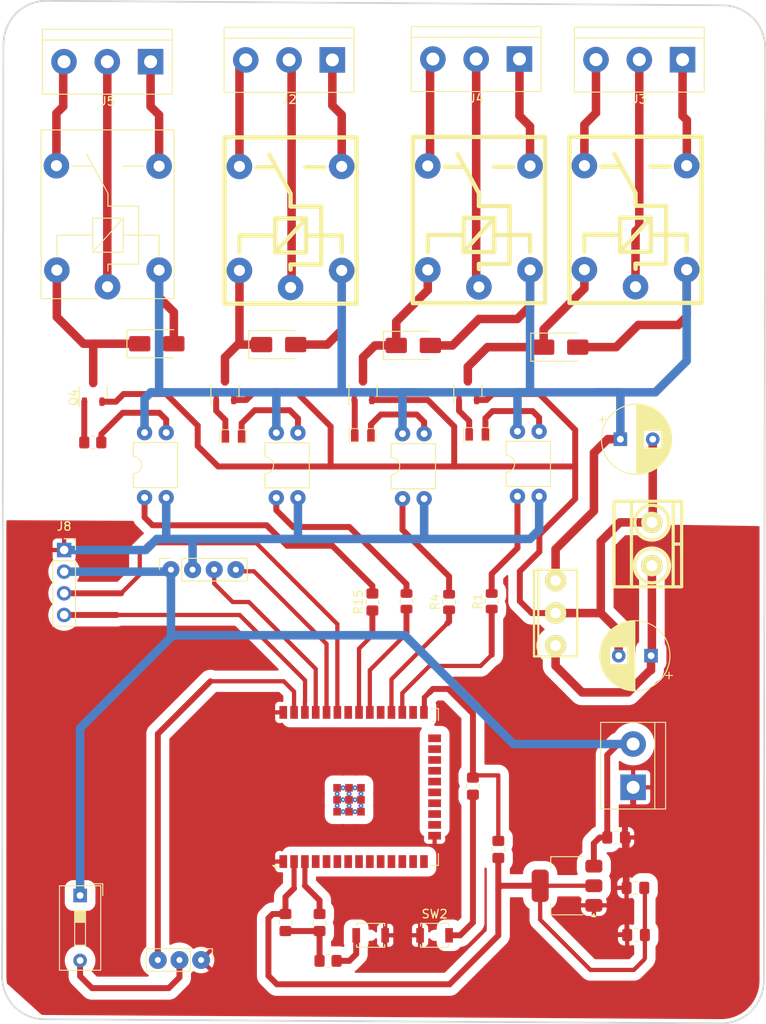
<source format=kicad_pcb>
(kicad_pcb (version 20241229) (generator "pcbnew") (generator_version "9.0")
  (layers (0 "F.Cu" signal) (2 "B.Cu" signal) (13 "F.Paste" user) (15 "B.Paste" user) (5 "F.SilkS" user "F.Silkscreen") (7 "B.SilkS" user "B.Silkscreen") (1 "F.Mask" user) (3 "B.Mask" user) (25 "Edge.Cuts" user))
  (net 0 "")
  (net 1 "Net-(D1-A)")
  (net 2 "Net-(D2-A)")
  (net 3 "Net-(D3-A)")
  (net 4 "Net-(R1-Pad2)")
  (net 5 "Net-(R3-Pad1)")
  (net 6 "Net-(R4-Pad2)")
  (net 7 "Net-(R6-Pad1)")
  (net 8 "Net-(R9-Pad1)")
  (net 9 "Net-(R7-Pad2)")
  (net 10 "/R3")
  (net 11 "/R2")
  (net 12 "/R1")
  (net 13 "/NO1")
  (net 14 "Net-(Q1-B)")
  (net 15 "Net-(Q2-B)")
  (net 16 "Net-(Q3-B)")
  (net 17 "/NC1")
  (net 18 "/C1")
  (net 19 "/NC2")
  (net 20 "/NO2")
  (net 21 "/C2")
  (net 22 "/NC3")
  (net 23 "/C3")
  (net 24 "/NO3")
  (net 25 "/5V")
  (net 26 "/VIN")
  (net 27 "/3.3V")
  (net 28 "/RX")
  (net 29 "/TX")
  (net 30 "/SWITCH")
  (net 31 "Net-(R13-Pad2)")
  (net 32 "/FLASH")
  (net 35 "/EN")
  (net 38 "/SCL")
  (net 40 "GND")
  (net 42 "Net-(D4-A)")
  (net 43 "/SDA")
  (net 44 "/R4")
  (net 46 "/s")
  (net 60 "Net-(R14-Pad2)")
  (net 61 "/GNDE")
  (net 62 "/5VES")
  (net 65 "Net-(R15-Pad2)")
  (net 66 "Net-(R17-Pad1)")
  (net 67 "Net-(Q4-B)")
  (net 68 "/NO4")
  (net 69 "/NC4")
  (net 70 "/C4")
  (net 71 "Net-(J7-Pin_2)")
  (footprint "Resistor_SMD:R_0805_2012Metric_Pad1.20x1.40mm_HandSolder" (layer "F.Cu") (at 89 131.5 -90)
    (property "Reference" "R13" (hide yes))
    (property "Value" "470" (hide yes))
  )
  (footprint "TerminalBlock:TerminalBlock_bornier-3_P5.08mm" (layer "F.Cu") (at 51.1708 46.5138 180)
    (property "Reference" "J5")
    (property "Value" "Screw_Terminal_01x03")
  )
  (footprint "EESTN5:R_0805" (layer "F.Cu") (at 60.9 90.5 180)
    (property "Reference" "R9" (hide yes))
    (property "Value" "R" (hide yes))
  )
  (footprint "Package_DIP:DIP-4_W7.62mm" (layer "F.Cu") (at 50.465 97.65 90)
    (property "Reference" "U6" (hide yes))
    (property "Value" "PC817" (hide yes))
  )
  (footprint "Package_DIP:DIP-4_W7.62mm" (layer "F.Cu") (at 94.225 97.5 90)
    (property "Reference" "U1" (hide yes))
    (property "Value" "PC817" (hide yes))
  )
  (footprint "RF_Module:ESP32-WROOM-32E" (layer "F.Cu") (at 72 131.6 90)
    (property "Reference" "U4" (hide yes))
    (property "Value" "ESP32-WROOM-32E__4MB_" (hide yes))
  )
  (footprint "TerminalBlock:TerminalBlock_bornier-3_P5.08mm" (layer "F.Cu") (at 94.46 46.2 180)
    (property "Reference" "J4")
    (property "Value" "Screw_Terminal_01x03")
  )
  (footprint "Resistor_SMD:R_0805_2012Metric" (layer "F.Cu") (at 81.2 109.8125 90)
    (property "Reference" "R7" (hide yes))
    (property "Value" "1k")
  )
  (footprint "TerminalBlock:TerminalBlock_bornier-2_P5.08mm" (layer "F.Cu") (at 107.8 131.64 90)
    (property "Reference" "bornera2" (hide yes))
    (property "Value" "bornera" (hide yes))
  )
  (footprint "Capacitor_THT:CP_Radial_D8.0mm_P3.80mm" (layer "F.Cu") (at 106.3 90.8)
    (property "Reference" "C6" (hide yes))
    (property "Value" "100uf" (hide yes))
  )
  (footprint "Capacitor_THT:CP_Radial_D8.0mm_P3.80mm" (layer "F.Cu") (at 109.902651 116.2 180)
    (property "Reference" "C5" (hide yes))
    (property "Value" "100uf" (hide yes))
  )
  (footprint "EESTN5:BORNERA2_AZUL" (layer "F.Cu") (at 110 103.1 90)
    (property "Reference" "bornera1" (hide yes))
    (property "Value" "bornera" (hide yes))
  )
  (footprint "Button_Switch_THT:SW_DIP_SPSTx01_Slide_9.78x4.72mm_W7.62mm_P2.54mm" (layer "F.Cu") (at 42.9 144.3325 -90)
    (property "Reference" "SW3" (hide yes))
    (property "Value" "SW_SPST")
  )
  (footprint "Diode_SMD:D_SMA" (layer "F.Cu") (at 82 79.8)
    (property "Reference" "D2" (hide yes))
    (property "Value" "DIODE" (hide yes))
  )
  (footprint "Resistor_SMD:R_0805_2012Metric_Pad1.20x1.40mm_HandSolder" (layer "F.Cu") (at 91.9792 138.9262 90)
    (property "Reference" "R11" (hide yes))
    (property "Value" "10K" (hide yes))
  )
  (footprint "Diode_SMD:D_SMA" (layer "F.Cu") (at 99.3 80)
    (property "Reference" "D1" (hide yes))
    (property "Value" "DIODE" (hide yes))
  )
  (footprint "Button_Switch_SMD:SW_SPST_B3U-1000P-B" (layer "F.Cu") (at 84.5 149)
    (property "Reference" "SW2")
    (property "Value" "SW_Push" (hide yes))
  )
  (footprint "MMBT3904-Diotec-Semiconductor-Symbol-Kicad-1:P200_SOT-23" (layer "F.Cu") (at 75.07 86.2 90)
    (property "Reference" "Q2" (hide yes))
    (property "Value" "2N3904" (hide yes))
  )
  (footprint "MMBT3904-Diotec-Semiconductor-Symbol-Kicad-1:P200_SOT-23" (layer "F.Cu") (at 43.41 86.4 90)
    (property "Reference" "Q4")
    (property "Value" "2N3904" (hide yes))
  )
  (footprint "EESTN5:Relay_C" (layer "F.Cu") (at 108.08 64.81 180)
    (property "Reference" "K1" (hide yes))
    (property "Value" "RELAY_C" (hide yes))
  )
  (footprint "Resistor_SMD:R_0805_2012Metric_Pad1.20x1.40mm_HandSolder" (layer "F.Cu") (at 44.39 91.18 180)
    (property "Reference" "R17" (hide yes))
    (property "Value" "R" (hide yes))
  )
  (footprint "Capacitor_SMD:C_0805_2012Metric_Pad1.18x1.45mm_HandSolder" (layer "F.Cu") (at 105.7992 137.5262)
    (property "Reference" "C2" (hide yes))
    (property "Value" "10 uF" (hide yes))
  )
  (footprint "Package_DIP:DIP-4_W7.62mm" (layer "F.Cu") (at 65.925 97.67 90)
    (property "Reference" "U3" (hide yes))
    (property "Value" "PC817" (hide yes))
  )
  (footprint "MMBT3904-Diotec-Semiconductor-Symbol-Kicad-1:P200_SOT-23" (layer "F.Cu") (at 87.37 86.2 90)
    (property "Reference" "Q3" (hide yes))
    (property "Value" "2N3904" (hide yes))
  )
  (footprint "Resistor_SMD:R_0805_2012Metric" (layer "F.Cu") (at 91.2 109.8125 90)
    (property "Reference" "R1")
    (property "Value" "R")
  )
  (footprint "Relay_THT:Relay_SPDT_SANYOU_SRD_Series_Form_C" (layer "F.Cu") (at 46.1208 72.9138 90)
    (property "Reference" "K4" (hide yes))
    (property "Value" "RELAY_C")
  )
  (footprint "Diode_SMD:D_SMA" (layer "F.Cu") (at 51.9 79.6)
    (property "Reference" "D4" (hide yes))
    (property "Value" "DIODE" (hide yes))
  )
  (footprint "EESTN5:Relay_C" (layer "F.Cu") (at 67.6 64.9 180)
    (property "Reference" "K3" (hide yes))
    (property "Value" "RELAY_C" (hide yes))
  )
  (footprint "Resistor_SMD:R_0805_2012Metric_Pad1.20x1.40mm_HandSolder" (layer "F.Cu") (at 77.2 109.9 90)
    (property "Reference" "R15")
    (property "Value" "R")
  )
  (footprint "TerminalBlock:TerminalBlock_bornier-3_P5.08mm" (layer "F.Cu") (at 72.5 46.3 180)
    (property "Reference" "J2")
    (property "Value" "Screw_Terminal_01x03")
  )
  (footprint "MMBT3904-Diotec-Semiconductor-Symbol-Kicad-1:P200_SOT-23" (layer "F.Cu") (at 58.87 86.2 90)
    (property "Reference" "Q1" (hide yes))
    (property "Value" "2N3904" (hide yes))
  )
  (footprint "Connector_PinSocket_2.54mm:PinSocket_1x04_P2.54mm_Vertical" (layer "F.Cu") (at 41.025 103.8)
    (property "Reference" "J8")
    (property "Value" "Conn_01x04_Pin")
  )
  (footprint "Resistor_SMD:R_0805_2012Metric" (layer "F.Cu") (at 86.2 109.9 90)
    (property "Reference" "R4")
    (property "Value" "R")
  )
  (footprint "Capacitor_SMD:C_0805_2012Metric_Pad1.18x1.45mm_HandSolder" (layer "F.Cu") (at 108.1392 148.9637)
    (property "Reference" "C3" (hide yes))
    (property "Value" "100 nF")
  )
  (footprint "Resistor_SMD:R_0805_2012Metric_Pad1.20x1.40mm_HandSolder" (layer "F.Cu") (at 72 152)
    (property "Reference" "R14" (hide yes))
    (property "Value" "470")
  )
  (footprint "EESTN5:TO-220-2" (layer "F.Cu") (at 98.7 111.2 90)
    (property "Reference" "5v1" (hide yes))
    (property "Value" "LM7805_TO220" (hide yes))
  )
  (footprint "Resistor_SMD:R_0805_2012Metric_Pad1.20x1.40mm_HandSolder" (layer "F.Cu") (at 71 147.5 90)
    (property "Reference" "R12" (hide yes))
    (property "Value" "10K")
  )
  (footprint "EESTN5:R_0805" (layer "F.Cu") (at 89.51 90.26 180)
    (property "Reference" "R3" (hide yes))
    (property "Value" "R" (hide yes))
  )
  (footprint "EESTN5:R_0805" (layer "F.Cu") (at 76.08 90.38 180)
    (property "Reference" "R6" (hide yes))
    (property "Value" "R" (hide yes))
  )
  (footprint "Button_Switch_SMD:SW_SPST_B3U-1000P-B" (layer "F.Cu") (at 77 149 180)
    (property "Reference" "SW1" (hide yes))
    (property "Value" "SW_Push")
  )
  (footprint "Capacitor_SMD:C_0805_2012Metric_Pad1.18x1.45mm_HandSolder" (layer "F.Cu") (at 108.0667 143.4337 180)
    (property "Reference" "C4" (hide yes))
    (property "Value" "10 uF" (hide yes))
  )
  (footprint "Connector_PinSocket_2.54mm:PinSocket_1x04_P2.54mm_Vertical" (layer "F.Cu") (at 53.56 106.1 90)
    (property "Reference" "J6" (hide yes))
    (property "Value" "Conn_01x04_Pin" (hide yes))
  )
  (footprint "Diode_SMD:D_SMA" (layer "F.Cu") (at 66.2 79.7)
    (property "Reference" "D3" (hide yes))
    (property "Value" "DIODE" (hide yes))
  )
  (footprint "Package_DIP:DIP-4_W7.62mm" (layer "F.Cu") (at 80.735 97.78 90)
    (property "Reference" "U2" (hide yes))
    (property "Value" "PC817" (hide yes))
  )
  (footprint "Package_TO_SOT_SMD:SOT-223-3_TabPin2" (layer "F.Cu") (at 100.0392 143.1862 180)
    (property "Reference" "U5" (hide yes))
    (property "Value" "NCP1117-1.5_SOT223" (hide yes))
  )
  (footprint "EESTN5:Relay_C" (layer "F.Cu") (at 89.7 64.84 180)
    (property "Reference" "K2" (hide yes))
    (property "Value" "RELAY_C" (hide yes))
  )
  (footprint "Connector_PinHeader_2.54mm:PinHeader_1x03_P2.54mm_Vertical" (layer "F.Cu") (at 57.1 151.9 -90)
    (property "Reference" "J7" (hide yes))
    (property "Value" "Screw_Terminal_01x03" (hide yes))
  )
  (footprint "Resistor_SMD:R_0805_2012Metric_Pad1.20x1.40mm_HandSolder" (layer "F.Cu") (at 67 147.5 -90)
    (property "Reference" "R10" (hide yes))
    (property "Value" "10K" (hide yes))
  )
  (footprint "TerminalBlock:TerminalBlock_bornier-3_P5.08mm" (layer "F.Cu") (at 113.6 46.27 180)
    (property "Reference" "J3")
    (property "Value" "Screw_Terminal_01x03")
  )
  (gr_line (start 33.75 153.85) (end 33.9 44.1) (stroke (width 0.2)) (layer "Edge.Cuts"))
  (gr_arc (start 33.9308 44.3738) (mid 35.395265 40.838265) (end 38.9308 39.3738) (stroke (width 0.2)) (layer "Edge.Cuts"))
  (gr_line (start 123.3 44.9) (end 123.1292 154.3362) (stroke (width 0.2)) (layer "Edge.Cuts"))
  (gr_arc (start 123.1292 154.3362) (mid 121.664734 157.871734) (end 118.1292 159.3362) (stroke (width 0.2)) (layer "Edge.Cuts"))
  (gr_arc (start 118.3 39.9) (mid 121.835534 41.364466) (end 123.3 44.9) (stroke (width 0.2)) (layer "Edge.Cuts"))
  (gr_line (start 118.1292 159.3362) (end 38.75 158.85) (stroke (width 0.2)) (layer "Edge.Cuts"))
  (gr_line (start 118.4 39.9) (end 39.0308 39.3738) (stroke (width 0.2)) (layer "Edge.Cuts"))
  (gr_arc (start 38.75 158.85) (mid 35.214466 157.385534) (end 33.75 153.85) (stroke (width 0.2)) (layer "Edge.Cuts"))
  (gr_arc (start 33.9308 44.3738) (mid 35.395266 40.838266) (end 38.9308 39.3738) (stroke (width 0.2)) (layer "Edge.Cuts"))
  (gr_arc (start 118.3 39.9) (mid 121.835534 41.364466) (end 123.3 44.9) (stroke (width 0.2)) (layer "Edge.Cuts"))
  (segment (start 102.08 73.12) (end 102.08 70.91) (width 1) (layer "F.Cu") (net 1))
  (segment (start 88.4 84) (end 88.4 82.3) (width 1) (layer "F.Cu") (net 1))
  (segment (start 88.4 82.3) (end 90.7 80) (width 1) (layer "F.Cu") (net 1))
  (segment (start 97.3 77.9) (end 102.08 73.12) (width 1) (layer "F.Cu") (net 1))
  (segment (start 97.3 80) (end 97.3 77.9) (width 1) (layer "F.Cu") (net 1))
  (segment (start 90.7 80) (end 97.3 80) (width 1) (layer "F.Cu") (net 1))
  (segment (start 76.1 84) (end 76.1 81.2) (width 1) (layer "F.Cu") (net 2))
  (segment (start 77.5 79.8) (end 80 79.8) (width 1) (layer "F.Cu") (net 2))
  (segment (start 83.7 70.94) (end 83.7 73.3) (width 1) (layer "F.Cu") (net 2))
  (segment (start 76.1 81.2) (end 77.5 79.8) (width 1) (layer "F.Cu") (net 2))
  (segment (start 83.7 73.3) (end 80 77) (width 1) (layer "F.Cu") (net 2))
  (segment (start 80 77) (end 80 79.8) (width 1) (layer "F.Cu") (net 2))
  (segment (start 61.8 79.7) (end 61.6 79.5) (width 1) (layer "F.Cu") (net 3))
  (segment (start 61.6 71) (end 61.6 79.5) (width 1) (layer "F.Cu") (net 3))
  (segment (start 59.9 84) (end 59.9 81.2) (width 1) (layer "F.Cu") (net 3))
  (segment (start 61.49 71.11) (end 61.6 71) (width 1) (layer "F.Cu") (net 3))
  (segment (start 59.9 81.2) (end 61.6 79.5) (width 1) (layer "F.Cu") (net 3))
  (segment (start 64.2 79.7) (end 61.8 79.7) (width 1) (layer "F.Cu") (net 3))
  (segment (start 91.2 106.6) (end 91.2 108.9) (width 0.7) (layer "F.Cu") (net 4))
  (segment (start 94.225 97.5) (end 94.225 103.575) (width 0.7) (layer "F.Cu") (net 4))
  (segment (start 94.225 103.575) (end 91.2 106.6) (width 0.7) (layer "F.Cu") (net 4))
  (segment (start 91.3 87.5) (end 90.4625 88.3375) (width 0.7) (layer "F.Cu") (net 5))
  (segment (start 96.765 89.88) (end 96.765 88.265) (width 0.7) (layer "F.Cu") (net 5))
  (segment (start 96.765 88.265) (end 96 87.5) (width 0.7) (layer "F.Cu") (net 5))
  (segment (start 96 87.5) (end 91.3 87.5) (width 0.7) (layer "F.Cu") (net 5))
  (segment (start 90.4625 88.3375) (end 90.4625 90.26) (width 0.7) (layer "F.Cu") (net 5))
  (segment (start 86.2 108.9875) (end 86.2 106.9) (width 0.7) (layer "F.Cu") (net 6))
  (segment (start 80.735 101.435) (end 80.735 97.78) (width 0.7) (layer "F.Cu") (net 6))
  (segment (start 86.2 106.9) (end 80.735 101.435) (width 0.7) (layer "F.Cu") (net 6))
  (segment (start 83.275 90.16) (end 83.275 88.775) (width 0.7) (layer "F.Cu") (net 7))
  (segment (start 77.0325 89.0675) (end 77.0325 90.38) (width 0.7) (layer "F.Cu") (net 7))
  (segment (start 83.275 88.775) (end 82.4 87.9) (width 0.7) (layer "F.Cu") (net 7))
  (segment (start 82.4 87.9) (end 78.2 87.9) (width 0.7) (layer "F.Cu") (net 7))
  (segment (start 78.2 87.9) (end 77.0325 89.0675) (width 0.7) (layer "F.Cu") (net 7))
  (segment (start 68.465 88.365) (end 67.5 87.4) (width 0.7) (layer "F.Cu") (net 8))
  (segment (start 61.8525 88.9475) (end 61.8525 90.5) (width 0.7) (layer "F.Cu") (net 8))
  (segment (start 67.5 87.4) (end 63.4 87.4) (width 0.7) (layer "F.Cu") (net 8))
  (segment (start 68.465 90.05) (end 68.465 88.365) (width 0.7) (layer "F.Cu") (net 8))
  (segment (start 63.4 87.4) (end 61.8525 88.9475) (width 0.7) (layer "F.Cu") (net 8))
  (segment (start 67.9 101.1) (end 65.925 99.125) (width 0.7) (layer "F.Cu") (net 9))
  (segment (start 65.925 99.125) (end 65.925 97.67) (width 0.7) (layer "F.Cu") (net 9))
  (segment (start 74.5 101.1) (end 67.9 101.1) (width 0.7) (layer "F.Cu") (net 9))
  (segment (start 81.2 108.9) (end 81.2 107.8) (width 0.7) (layer "F.Cu") (net 9))
  (segment (start 81.2 107.8) (end 74.5 101.1) (width 0.7) (layer "F.Cu") (net 9))
  (segment (start 86 112.4) (end 86.2 112.2) (width 0.7) (layer "F.Cu") (net 10))
  (segment (start 79.44 122.85) (end 79.44 118.96) (width 0.5) (layer "F.Cu") (net 10))
  (segment (start 79.44 118.96) (end 86 112.4) (width 0.5) (layer "F.Cu") (net 10))
  (segment (start 86.2 112.2) (end 86.2 110.8125) (width 0.7) (layer "F.Cu") (net 10))
  (segment (start 80.71 120.59) (end 83.9 117.4) (width 0.5) (layer "F.Cu") (net 11))
  (segment (start 83.9 117.4) (end 89.9 117.4) (width 0.5) (layer "F.Cu") (net 11))
  (segment (start 80.71 122.85) (end 80.71 120.59) (width 0.5) (layer "F.Cu") (net 11))
  (segment (start 89.9 117.4) (end 91.2 116.1) (width 0.5) (layer "F.Cu") (net 11))
  (segment (start 91.2 116.1) (end 91.2 110.725) (width 0.7) (layer "F.Cu") (net 11))
  (segment (start 81.2 113.6) (end 81.2 110.725) (width 0.7) (layer "F.Cu") (net 12))
  (segment (start 76.9 117.9) (end 76.9 122.85) (width 0.5) (layer "F.Cu") (net 12))
  (segment (start 81.2 113.6) (end 76.9 117.9) (width 0.5) (layer "F.Cu") (net 12))
  (segment (start 73.6 52.75) (end 73.6 58.8) (width 1) (layer "F.Cu") (net 13))
  (segment (start 72.5 51.65) (end 73.6 52.75) (width 1) (layer "F.Cu") (net 13))
  (segment (start 72.5 46.3) (end 72.5 51.65) (width 1) (layer "F.Cu") (net 13))
  (segment (start 58.87 86.2) (end 58.87 87.47) (width 0.7) (layer "F.Cu") (net 14))
  (segment (start 59.9475 88.5475) (end 59.9475 90.5) (width 0.7) (layer "F.Cu") (net 14))
  (segment (start 58.87 87.47) (end 59.9475 88.5475) (width 0.7) (layer "F.Cu") (net 14))
  (segment (start 75.1275 90.38) (end 75.1275 86.2575) (width 0.7) (layer "F.Cu") (net 15))
  (segment (start 75.1275 86.2575) (end 75.07 86.2) (width 0.7) (layer "F.Cu") (net 15))
  (segment (start 88.5575 88.6575) (end 88.5575 90.26) (width 0.7) (layer "F.Cu") (net 16))
  (segment (start 87.37 87.47) (end 88.5575 88.6575) (width 0.7) (layer "F.Cu") (net 16))
  (segment (start 87.37 86.2) (end 87.37 87.47) (width 0.7) (layer "F.Cu") (net 16))
  (segment (start 88.57 90.2475) (end 88.5575 90.26) (width 0.5) (layer "F.Cu") (net 16))
  (segment (start 61.6 47.04) (end 62.34 46.3) (width 1) (layer "F.Cu") (net 17))
  (segment (start 61.6 58.8) (end 61.6 47.04) (width 1) (layer "F.Cu") (net 17))
  (segment (start 61.6 47.04) (end 62.34 46.3) (width 1) (layer "B.Cu") (net 17))
  (segment (start 67.42 72.82) (end 67.6 73) (width 1) (layer "F.Cu") (net 18))
  (segment (start 67.72 46.6) (end 67.72 72.88) (width 1) (layer "F.Cu") (net 18))
  (segment (start 67.42 46.3) (end 67.72 46.6) (width 1) (layer "F.Cu") (net 18))
  (segment (start 67.72 72.88) (end 67.6 73) (width 1) (layer "F.Cu") (net 18))
  (segment (start 67.42 46.3) (end 67.72 46.6) (width 1) (layer "B.Cu") (net 18))
  (segment (start 103.44 52.53) (end 102.08 53.89) (width 1) (layer "F.Cu") (net 19))
  (segment (start 102.08 53.89) (end 102.08 58.71) (width 1) (layer "F.Cu") (net 19))
  (segment (start 103.44 46.27) (end 103.44 52.53) (width 1) (layer "F.Cu") (net 19))
  (segment (start 113.6 46.27) (end 113.6 52.87) (width 1) (layer "F.Cu") (net 20))
  (segment (start 114.1 58.69) (end 114.08 58.71) (width 1) (layer "F.Cu") (net 20))
  (segment (start 114.1 53.37) (end 114.1 58.69) (width 1) (layer "F.Cu") (net 20))
  (segment (start 113.6 52.87) (end 114.1 53.37) (width 1) (layer "F.Cu") (net 20))
  (segment (start 108.52 65.95) (end 108.08 66.39) (width 1) (layer "F.Cu") (net 21))
  (segment (start 108.08 66.39) (end 108.08 72.91) (width 1) (layer "F.Cu") (net 21))
  (segment (start 108.52 72.47) (end 108.08 72.91) (width 1) (layer "F.Cu") (net 21))
  (segment (start 108.52 46.27) (end 108.52 65.95) (width 1) (layer "F.Cu") (net 21))
  (segment (start 84.3 46.2) (end 83.97 46.53) (width 1) (layer "F.Cu") (net 22))
  (segment (start 83.97 46.53) (end 83.97 58.47) (width 1) (layer "F.Cu") (net 22))
  (segment (start 83.97 58.47) (end 83.7 58.74) (width 1) (layer "F.Cu") (net 22))
  (segment (start 84.3 46.2) (end 83.97 46.53) (width 1) (layer "B.Cu") (net 22))
  (segment (start 89.38 72.62) (end 89.7 72.94) (width 1) (layer "F.Cu") (net 23))
  (segment (start 89.38 46.2) (end 89.38 72.62) (width 1) (layer "F.Cu") (net 23))
  (segment (start 94.46 46.2) (end 94.46 52.86) (width 1) (layer "F.Cu") (net 24))
  (segment (start 95.7 54.1) (end 95.7 58.74) (width 1) (layer "F.Cu") (net 24))
  (segment (start 94.46 52.86) (end 95.7 54.1) (width 1) (layer "F.Cu") (net 24))
  (segment (start 105.8 80) (end 108.4 77.4) (width 1) (layer "F.Cu") (net 25))
  (segment (start 98.7 107.39) (end 98.7 103.7) (width 1) (layer "F.Cu") (net 25))
  (segment (start 52.1708 70.9638) (end 52.1708 74.1708) (width 1) (layer "F.Cu") (net 25))
  (segment (start 108.4 77.4) (end 113.1 77.4) (width 1) (layer "F.Cu") (net 25))
  (segment (start 52.1708 74.1708) (end 53.9 75.9) (width 1) (layer "F.Cu") (net 25))
  (segment (start 98.7 103.7) (end 103.2 99.2) (width 1) (layer "F.Cu") (net 25))
  (segment (start 95.6 71.04) (end 95.7 70.94) (width 0.2) (layer "F.Cu") (net 25))
  (segment (start 86.6 79.8) (end 84 79.8) (width 1) (layer "F.Cu") (net 25))
  (segment (start 113.1 77.4) (end 114.08 76.42) (width 1) (layer "F.Cu") (net 25))
  (segment (start 95.7 70.94) (end 95.7 75.2) (width 1) (layer "F.Cu") (net 25))
  (segment (start 53.9 75.9) (end 53.9 79.6) (width 1) (layer "F.Cu") (net 25))
  (segment (start 94.2 76.7) (end 89.7 76.7) (width 1) (layer "F.Cu") (net 25))
  (segment (start 101.3 80) (end 105.8 80) (width 1) (layer "F.Cu") (net 25))
  (segment (start 73.6508 71.0508) (end 73.6 71) (width 0.5) (layer "F.Cu") (net 25))
  (segment (start 104.8 90.8) (end 106.3 90.8) (width 1) (layer "F.Cu") (net 25))
  (segment (start 114.08 76.42) (end 114.08 70.91) (width 1) (layer "F.Cu") (net 25))
  (segment (start 103.2 99.2) (end 103.2 92.4) (width 1) (layer "F.Cu") (net 25))
  (segment (start 73.6 71) (end 73.6 78) (width 1) (layer "F.Cu") (net 25))
  (segment (start 71.9 79.7) (end 68.2 79.7) (width 1) (layer "F.Cu") (net 25))
  (segment (start 73.6 78) (end 71.9 79.7) (width 1) (layer "F.Cu") (net 25))
  (segment (start 103.2 92.4) (end 104.8 90.8) (width 1) (layer "F.Cu") (net 25))
  (segment (start 89.7 76.7) (end 86.6 79.8) (width 1) (layer "F.Cu") (net 25))
  (segment (start 95.7 75.2) (end 94.2 76.7) (width 1) (layer "F.Cu") (net 25))
  (segment (start 82.3 85.3) (end 96 85.3) (width 1) (layer "B.Cu") (net 25))
  (segment (start 103.5 85.3) (end 110.4 85.3) (width 1) (layer "B.Cu") (net 25))
  (segment (start 94.225 89.88) (end 94.225 85.3) (width 1) (layer "B.Cu") (net 25))
  (segment (start 94.225 85.3) (end 96 85.3) (width 1) (layer "B.Cu") (net 25))
  (segment (start 73.5 85.3) (end 82.3 85.3) (width 1) (layer "B.Cu") (net 25))
  (segment (start 65.925 85.375) (end 66 85.3) (width 1) (layer "B.Cu") (net 25))
  (segment (start 53 85.3) (end 66 85.3) (width 1) (layer "B.Cu") (net 25))
  (segment (start 80.735 90.16) (end 80.735 85.3) (width 1) (layer "B.Cu") (net 25))
  (segment (start 73.6 71) (end 73.6 85.2) (width 1) (layer "B.Cu") (net 25))
  (segment (start 50.465 90.03) (end 50.465 86.035) (width 1) (layer "B.Cu") (net 25))
  (segment (start 106.3 85.3) (end 106.3 90.8) (width 1) (layer "B.Cu") (net 25))
  (segment (start 110.4 85.3) (end 114.08 81.62) (width 1) (layer "B.Cu") (net 25))
  (segment (start 73.6 85.2) (end 73.5 85.3) (width 1) (layer "B.Cu") (net 25))
  (segment (start 52.1708 70.9638) (end 52.1708 85.2292) (width 1) (layer "B.Cu") (net 25))
  (segment (start 50.465 86.035) (end 51.2 85.3) (width 1) (layer "B.Cu") (net 25))
  (segment (start 114.08 81.62) (end 114.08 70.91) (width 1) (layer "B.Cu") (net 25))
  (segment (start 66 85.3) (end 73.5 85.3) (width 1) (layer "B.Cu") (net 25))
  (segment (start 95.7 85) (end 96 85.3) (width 1) (layer "B.Cu") (net 25))
  (segment (start 95.7 70.94) (end 95.7 85) (width 1) (layer "B.Cu") (net 25))
  (segment (start 80.735 85.3) (end 82.3 85.3) (width 1) (layer "B.Cu") (net 25))
  (segment (start 51.2 85.3) (end 53 85.3) (width 1) (layer "B.Cu") (net 25))
  (segment (start 96 85.3) (end 103.5 85.3) (width 1) (layer "B.Cu") (net 25))
  (segment (start 52.1708 85.2292) (end 52.1 85.3) (width 1) (layer "B.Cu") (net 25))
  (segment (start 65.925 90.05) (end 65.925 85.375) (width 1) (layer "B.Cu") (net 25))
  (segment (start 103.5 85.3) (end 106.3 85.3) (width 1) (layer "B.Cu") (net 25))
  (segment (start 107.2 120.5) (end 109.8 117.9) (width 1) (layer "F.Cu") (net 26))
  (segment (start 110 116.102651) (end 109.902651 116.2) (width 1) (layer "F.Cu") (net 26))
  (segment (start 109.9 117.9) (end 109.9 116.202651) (width 1) (layer "F.Cu") (net 26))
  (segment (start 98.7 117.4) (end 101.8 120.5) (width 1) (layer "F.Cu") (net 26))
  (segment (start 98.7 115.01) (end 98.7 117.4) (width 1) (layer "F.Cu") (net 26))
  (segment (start 109.9 116.202651) (end 109.902651 116.2) (width 1) (layer "F.Cu") (net 26))
  (segment (start 109.8 117.9) (end 109.9 117.9) (width 1) (layer "F.Cu") (net 26))
  (segment (start 110 105.64) (end 110 116.102651) (width 1) (layer "F.Cu") (net 26))
  (segment (start 101.8 120.5) (end 107.2 120.5) (width 1) (layer "F.Cu") (net 26))
  (segment (start 96.8892 143.1862) (end 92.293 143.1862) (width 0.7) (layer "F.Cu") (net 27))
  (segment (start 107.8792 153.0637) (end 109.0992 151.8437) (width 0.5) (layer "F.Cu") (net 27))
  (segment (start 86.25 154.75) (end 91.9792 149.0208) (width 0.7) (layer "F.Cu") (net 27))
  (segment (start 65.5 146.5) (end 65 147) (width 0.7) (layer "F.Cu") (net 27))
  (segment (start 66 154.75) (end 86.25 154.75) (width 0.7) (layer "F.Cu") (net 27))
  (segment (start 96.8892 147.1637) (end 102.7892 153.0637) (width 0.5) (layer "F.Cu") (net 27))
  (segment (start 68.01 143.49) (end 67 144.5) (width 0.7) (layer "F.Cu") (net 27))
  (segment (start 65 153.75) (end 66 154.75) (width 0.7) (layer "F.Cu") (net 27))
  (segment (start 91.9792 143.5) (end 91.9792 139.9262) (width 0.7) (layer "F.Cu") (net 27))
  (segment (start 65 147) (end 65 153.75) (width 0.7) (layer "F.Cu") (net 27))
  (segment (start 96.8892 143.1862) (end 96.8892 147.1637) (width 0.5) (layer "F.Cu") (net 27))
  (segment (start 109.1767 148.9637) (end 109.1767 143.5062) (width 0.5) (layer "F.Cu") (net 27))
  (segment (start 109.1767 143.5062) (end 109.1042 143.4337) (width 1) (layer "F.Cu") (net 27))
  (segment (start 68.01 140.35) (end 68.01 143.49) (width 0.6) (layer "F.Cu") (net 27))
  (segment (start 109.1767 151.6962) (end 109.1767 148.9637) (width 0.5) (layer "F.Cu") (net 27))
  (segment (start 102.7892 153.0637) (end 107.8792 153.0637) (width 0.5) (layer "F.Cu") (net 27))
  (segment (start 67 144.5) (end 67 146.5) (width 0.7) (layer "F.Cu") (net 27))
  (segment (start 92.293 143.1862) (end 91.9792 143.5) (width 0.7) (layer "F.Cu") (net 27))
  (segment (start 91.9792 149.0208) (end 91.9792 143.5) (width 0.7) (layer "F.Cu") (net 27))
  (segment (start 103.1892 143.1862) (end 96.8892 143.1862) (width 0.5) (layer "F.Cu") (net 27))
  (segment (start 67 146.5) (end 65.5 146.5) (width 0.7) (layer "F.Cu") (net 27))
  (segment (start 71.82 122.85) (end 71.82 114.82) (width 0.5) (layer "F.Cu") (net 28))
  (segment (start 61.38 106.3) (end 61.18 106.1) (width 0.5) (layer "F.Cu") (net 28))
  (segment (start 63.3 106.3) (end 61.38 106.3) (width 0.5) (layer "F.Cu") (net 28))
  (segment (start 71.82 114.82) (end 63.3 106.3) (width 0.5) (layer "F.Cu") (net 28))
  (segment (start 62.7 109.9) (end 60.8 109.9) (width 0.5) (layer "F.Cu") (net 29))
  (segment (start 58.64 107.74) (end 58.64 106.1) (width 0.5) (layer "F.Cu") (net 29))
  (segment (start 60.8 109.9) (end 58.64 107.74) (width 0.5) (layer "F.Cu") (net 29))
  (segment (start 70.55 122.85) (end 70.55 117.75) (width 0.5) (layer "F.Cu") (net 29))
  (segment (start 70.55 117.75) (end 62.7 109.9) (width 0.5) (layer "F.Cu") (net 29))
  (segment (start 71 152) (end 71 148.5) (width 0.7) (layer "F.Cu") (net 30))
  (segment (start 67 148.5) (end 71 148.5) (width 0.7) (layer "F.Cu") (net 30))
  (segment (start 87.5 149) (end 89 147.5) (width 0.7) (layer "F.Cu") (net 31))
  (segment (start 86.2 149) (end 87.5 149) (width 0.7) (layer "F.Cu") (net 31))
  (segment (start 89 147.5) (end 89 132.5) (width 0.7) (layer "F.Cu") (net 31))
  (segment (start 83.3 121.1) (end 83.9 120.5) (width 0.6) (layer "F.Cu") (net 32))
  (segment (start 83.3 122.8) (end 83.3 121.1) (width 0.6) (layer "F.Cu") (net 32))
  (segment (start 89 123) (end 89 130.5) (width 0.7) (layer "F.Cu") (net 32))
  (segment (start 84.3 120.1) (end 86.1 120.1) (width 0.7) (layer "F.Cu") (net 32))
  (segment (start 91.9654 130.2362) (end 91.9792 130.25) (width 0.5) (layer "F.Cu") (net 32))
  (segment (start 83.25 122.85) (end 83.3 122.8) (width 0.7) (layer "F.Cu") (net 32))
  (segment (start 83.9 120.5) (end 84.3 120.1) (width 0.7) (layer "F.Cu") (net 32))
  (segment (start 91.9792 137.9262) (end 91.9792 130.25) (width 0.5) (layer "F.Cu") (net 32))
  (segment (start 86.1 120.1) (end 89 123) (width 0.7) (layer "F.Cu") (net 32))
  (segment (start 89.3292 130.2362) (end 91.9654 130.2362) (width 0.5) (layer "F.Cu") (net 32))
  (segment (start 71 146.5) (end 71 144.9) (width 0.7) (layer "F.Cu") (net 35))
  (segment (start 71 144.9) (end 69.28 143.18) (width 0.7) (layer "F.Cu") (net 35))
  (segment (start 69.28 143.18) (end 69.28 140.35) (width 0.6) (layer "F.Cu") (net 35))
  (segment (start 69.28 122.85) (end 69.28 121.58) (width 0.5) (layer "F.Cu") (net 38))
  (segment (start 69.3 121.56) (end 69.3 119.1) (width 0.5) (layer "F.Cu") (net 38))
  (segment (start 69.3 119.1) (end 61.62 111.42) (width 0.5) (layer "F.Cu") (net 38))
  (segment (start 47.22 111.42) (end 46.8 111.42) (width 0.7) (layer "F.Cu") (net 38))
  (segment (start 61.62 111.42) (end 46.8 111.42) (width 0.5) (layer "F.Cu") (net 38))
  (segment (start 69.28 121.58) (end 69.3 121.56) (width 0.5) (layer "F.Cu") (net 38))
  (segment (start 46.8 111.42) (end 41.025 111.42) (width 0.7) (layer "F.Cu") (net 38))
  (segment (start 96.8 85.5) (end 101 89.7) (width 0.7) (layer "F.Cu") (net 40))
  (segment (start 56.7 91.6) (end 59.1 94) (width 0.7) (layer "F.Cu") (net 40))
  (segment (start 72.3 89.3) (end 72.3 94) (width 0.7) (layer "F.Cu") (net 40))
  (segment (start 101 97.8) (end 96.8 102) (width 0.7) (layer "F.Cu") (net 40))
  (segment (start 60.93 86.2) (end 62.4 86.2) (width 0.7) (layer "F.Cu") (net 40))
  (segment (start 101 94) (end 86.8 94) (width 0.7) (layer "F.Cu") (net 40))
  (segment (start 104 111.2) (end 98.7 111.2) (width 1) (layer "F.Cu") (net 40))
  (segment (start 45.47 86.4) (end 47.1 86.4) (width 0.7) (layer "F.Cu") (net 40))
  (segment (start 95.9 111.2) (end 98.7 111.2) (width 0.7) (layer "F.Cu") (net 40))
  (segment (start 110.1 100.46) (end 110 100.56) (width 1) (layer "F.Cu") (net 40))
  (segment (start 89.43 86.2) (end 90.6 86.2) (width 0.7) (layer "F.Cu") (net 40))
  (segment (start 86.8 89.3) (end 86.8 94) (width 0.7) (layer "F.Cu") (net 40))
  (segment (start 91.3 85.5) (end 96.8 85.5) (width 0.7) (layer "F.Cu") (net 40))
  (segment (start 96.8 104) (end 94.5 106.3) (width 0.7) (layer "F.Cu") (net 40))
  (segment (start 90.6 86.2) (end 91.3 85.5) (width 0.7) (layer "F.Cu") (net 40))
  (segment (start 68.2 85.2) (end 72.3 89.3) (width 0.7) (layer "F.Cu") (net 40))
  (segment (start 94.5 109.8) (end 95.9 111.2) (width 0.7) (layer "F.Cu") (net 40))
  (segment (start 47.3 86.2) (end 48 85.5) (width 0.7) (layer "F.Cu") (net 40))
  (segment (start 63.4 85.2) (end 68.2 85.2) (width 0.7) (layer "F.Cu") (net 40))
  (segment (start 56.7 89.2) (end 56.7 91.6) (width 0.7) (layer "F.Cu") (net 40))
  (segment (start 48 85.5) (end 51.4 85.5) (width 0.7) (layer "F.Cu") (net 40))
  (segment (start 47.1 86.4) (end 47.3 86.2) (width 0.7) (layer "F.Cu") (net 40))
  (segment (start 53 85.5) (end 56 88.5) (width 0.7) (layer "F.Cu") (net 40))
  (segment (start 101 94) (end 101 97.8) (width 0.7) (layer "F.Cu") (net 40))
  (segment (start 77.13 86.2) (end 83.7 86.2) (width 0.7) (layer "F.Cu") (net 40))
  (segment (start 104 102.8) (end 104 111.2) (width 1) (layer "F.Cu") (net 40))
  (segment (start 110 100.56) (end 106.24 100.56) (width 1) (layer "F.Cu") (net 40))
  (segment (start 59.1 94) (end 72.3 94) (width 0.7) (layer "F.Cu") (net 40))
  (segment (start 56 88.5) (end 56.7 89.2) (width 0.7) (layer "F.Cu") (net 40))
  (segment (start 45.55 86.48) (end 45.47 86.4) (width 0.5) (layer "F.Cu") (net 40))
  (segment (start 83.7 86.2) (end 86.8 89.3) (width 0.7) (layer "F.Cu") (net 40))
  (segment (start 96.8 102) (end 96.8 104) (width 0.7) (layer "F.Cu") (net 40))
  (segment (start 51.4 85.5) (end 53 85.5) (width 0.7) (layer "F.Cu") (net 40))
  (segment (start 101 89.7) (end 101 94) (width 0.7) (layer "F.Cu") (net 40))
  (segment (start 106.24 100.56) (end 104 102.8) (width 1) (layer "F.Cu") (net 40))
  (segment (start 110.1 90.8) (end 110.1 100.46) (width 1) (layer "F.Cu") (net 40))
  (segment (start 72.3 94) (end 86.8 94) (width 0.7) (layer "F.Cu") (net 40))
  (segment (start 62.4 86.2) (end 63.4 85.2) (width 0.7) (layer "F.Cu") (net 40))
  (segment (start 94.5 106.3) (end 94.5 109.8) (width 0.7) (layer "F.Cu") (net 40))
  (segment (start 106.102651 116.2) (end 106.102651 113.302651) (width 1) (layer "F.Cu") (net 40))
  (segment (start 106.102651 113.302651) (end 104 111.2) (width 1) (layer "F.Cu") (net 40))
  (segment (start 44.44 84.2) (end 44.44 79.66) (width 1) (layer "F.Cu") (net 42))
  (segment (start 44.44 79.66) (end 44.5 79.6) (width 1) (layer "F.Cu") (net 42))
  (segment (start 40.1708 70.9638) (end 40.1708 76.4708) (width 1) (layer "F.Cu") (net 42))
  (segment (start 40.1708 76.4708) (end 43.3 79.6) (width 1) (layer "F.Cu") (net 42))
  (segment (start 43.3 79.6) (end 44.5 79.6) (width 1) (layer "F.Cu") (net 42))
  (segment (start 49.85 79.65) (end 49.9 79.6) (width 0.7) (layer "F.Cu") (net 42))
  (segment (start 44.5 79.6) (end 49.9 79.6) (width 1) (layer "F.Cu") (net 42))
  (segment (start 41.105 108.8) (end 41.025 108.88) (width 0.5) (layer "F.Cu") (net 43))
  (segment (start 49.9 104.1) (end 51 103) (width 0.5) (layer "F.Cu") (net 43))
  (segment (start 51 103) (end 63.6 103) (width 0.5) (layer "F.Cu") (net 43))
  (segment (start 63.6 103) (end 73.09 112.49) (width 0.5) (layer "F.Cu") (net 43))
  (segment (start 49.9 106.7) (end 49.9 104.1) (width 0.5) (layer "F.Cu") (net 43))
  (segment (start 41.025 108.88) (end 47.72 108.88) (width 0.7) (layer "F.Cu") (net 43))
  (segment (start 73.09 112.49) (end 73.09 122.85) (width 0.5) (layer "F.Cu") (net 43))
  (segment (start 47.72 108.88) (end 49.9 106.7) (width 0.5) (layer "F.Cu") (net 43))
  (segment (start 77.2 113.8) (end 77.2 110.9) (width 0.7) (layer "F.Cu") (net 44))
  (segment (start 77.2 113.8) (end 75.63 115.37) (width 0.5) (layer "F.Cu") (net 44))
  (segment (start 75.63 115.37) (end 75.63 122.85) (width 0.5) (layer "F.Cu") (net 44))
  (segment (start 66.8 119.2) (end 68.01 120.41) (width 0.5) (layer "F.Cu") (net 46))
  (segment (start 68.01 120.41) (end 68.01 122.85) (width 0.5) (layer "F.Cu") (net 46))
  (segment (start 52.02 125.38) (end 58.2 119.2) (width 0.7) (layer "F.Cu") (net 46))
  (segment (start 52.02 151.9) (end 52.02 125.38) (width 0.7) (layer "F.Cu") (net 46))
  (segment (start 58.2 119.2) (end 66.8 119.2) (width 0.5) (layer "F.Cu") (net 46))
  (segment (start 75.3 149) (end 75.3 151.2) (width 0.7) (layer "F.Cu") (net 60))
  (segment (start 75.3 151.2) (end 74.5 152) (width 0.7) (layer "F.Cu") (net 60))
  (segment (start 74.5 152) (end 73 152) (width 0.7) (layer "F.Cu") (net 60))
  (segment (start 107.8 131.64) (end 107.8 135) (width 0.7) (layer "F.Cu") (net 61))
  (segment (start 106.8367 138.6) (end 106.8367 143.2412) (width 0.5) (layer "F.Cu") (net 61))
  (segment (start 107.0292 137.7187) (end 106.8367 137.5262) (width 0.7) (layer "F.Cu") (net 61))
  (segment (start 106.8367 135.9633) (end 106.8367 138.6) (width 0.7) (layer "F.Cu") (net 61))
  (segment (start 106.8367 137.5262) (end 106.8367 138.6) (width 0.5) (layer "F.Cu") (net 61))
  (segment (start 107.8 135) (end 106.8367 135.9633) (width 0.7) (layer "F.Cu") (net 61))
  (segment (start 103.1892 147.4392) (end 104.6412 148.8912) (width 0.5) (layer "F.Cu") (net 61))
  (segment (start 107.0292 148.8912) (end 107.1017 148.9637) (width 1) (layer "F.Cu") (net 61))
  (segment (start 106.8367 137.2287) (end 106.7192 137.1112) (width 0.6) (layer "F.Cu") (net 61))
  (segment (start 107.0292 143.4337) (end 107.0292 148.8912) (width 0.5) (layer "F.Cu") (net 61))
  (segment (start 107.0292 143.4337) (end 107.0292 137.7187) (width 0.7) (layer "F.Cu") (net 61))
  (segment (start 106.8367 143.2412) (end 107.0292 143.4337) (width 0.6) (layer "F.Cu") (net 61))
  (segment (start 107.0292 137.8962) (end 107.0217 137.9037) (width 1) (layer "F.Cu") (net 61))
  (segment (start 104.6412 148.8912) (end 107.0292 148.8912) (width 0.5) (layer "F.Cu") (net 61))
  (segment (start 106.8367 137.5262) (end 106.8367 137.2287) (width 0.6) (layer "F.Cu") (net 61))
  (segment (start 103.1892 145.4862) (end 103.1892 147.4392) (width 0.5) (layer "F.Cu") (net 61))
  (segment (start 56.1 106.1) (end 56.1 102.5) (width 1) (layer "B.Cu") (net 61))
  (segment (start 95.7 102.5) (end 80.6 102.5) (width 1) (layer "B.Cu") (net 61))
  (segment (start 53 102.5) (end 51.9 102.5) (width 1) (layer "B.Cu") (net 61))
  (segment (start 83.275 97.78) (end 83.275 102.175) (width 1) (layer "B.Cu") (net 61))
  (segment (start 96.765 97.5) (end 96.765 101.435) (width 1) (layer "B.Cu") (net 61))
  (segment (start 83.275 102.175) (end 83.6 102.5) (width 1) (layer "B.Cu") (net 61))
  (segment (start 83.6 102.5) (end 80.6 102.5) (width 1) (layer "B.Cu") (net 61))
  (segment (start 53.005 97.65) (end 53.005 102.495) (width 1) (layer "B.Cu") (net 61))
  (segment (start 50.6 103.8) (end 41.025 103.8) (width 1) (layer "B.Cu") (net 61))
  (segment (start 53.005 102.495) (end 53 102.5) (width 1) (layer "B.Cu") (net 61))
  (segment (start 56.1 102.5) (end 54.4 102.5) (width 1) (layer "B.Cu") (net 61))
  (segment (start 68.465 97.67) (end 68.465 102.5) (width 1) (layer "B.Cu") (net 61))
  (segment (start 51.9 102.5) (end 50.6 103.8) (width 1) (layer "B.Cu") (net 61))
  (segment (start 54.4 102.5) (end 53 102.5) (width 1) (layer "B.Cu") (net 61))
  (segment (start 68.465 102.5) (end 66.4 102.5) (width 1) (layer "B.Cu") (net 61))
  (segment (start 80.6 102.5) (end 66.4 102.5) (width 1) (layer "B.Cu") (net 61))
  (segment (start 96.765 101.435) (end 95.7 102.5) (width 1) (layer "B.Cu") (net 61))
  (segment (start 66.4 102.5) (end 54.4 102.5) (width 1) (layer "B.Cu") (net 61))
  (segment (start 104.7617 137.5262) (end 103.8738 137.5262) (width 0.7) (layer "F.Cu") (net 62))
  (segment (start 103.1892 138.2108) (end 103.1892 140.8862) (width 0.7) (layer "F.Cu") (net 62))
  (segment (start 106.04 126.56) (end 104.7617 127.8383) (width 0.7) (layer "F.Cu") (net 62))
  (segment (start 104.7617 127.8383) (end 104.7617 137.5262) (width 0.7) (layer "F.Cu") (net 62))
  (segment (start 107.8 126.56) (end 106.04 126.56) (width 0.7) (layer "F.Cu") (net 62))
  (segment (start 103.8738 137.5262) (end 103.1892 138.2108) (width 0.7) (layer "F.Cu") (net 62))
  (segment (start 42.9 144.3325) (end 42.9 124.7) (width 1) (layer "B.Cu") (net 62))
  (segment (start 56.8 113.8) (end 53.56 113.8) (width 1) (layer "B.Cu") (net 62))
  (segment (start 41.025 106.34) (end 53.32 106.34) (width 1) (layer "B.Cu") (net 62))
  (segment (start 53.8 113.8) (end 56.8 113.8) (width 1) (layer "B.Cu") (net 62))
  (segment (start 53.56 113.8) (end 53.56 106.1) (width 1) (layer "B.Cu") (net 62))
  (segment (start 42.9 124.7) (end 53.8 113.8) (width 1) (layer "B.Cu") (net 62))
  (segment (start 107.8 126.56) (end 93.76 126.56) (width 1) (layer "B.Cu") (net 62))
  (segment (start 93.76 126.56) (end 81 113.8) (width 1) (layer "B.Cu") (net 62))
  (segment (start 53.32 106.34) (end 53.56 106.1) (width 1) (layer "B.Cu") (net 62))
  (segment (start 81 113.8) (end 56.8 113.8) (width 1) (layer "B.Cu") (net 62))
  (segment (start 67.2 103.3) (end 64.8 100.9) (width 0.7) (layer "F.Cu") (net 65))
  (segment (start 77.2 108) (end 72.5 103.3) (width 0.7) (layer "F.Cu") (net 65))
  (segment (start 72.5 103.3) (end 67.2 103.3) (width 0.7) (layer "F.Cu") (net 65))
  (segment (start 64.8 100.9) (end 51.4 100.9) (width 0.7) (layer "F.Cu") (net 65))
  (segment (start 50.465 99.965) (end 50.465 97.65) (width 0.7) (layer "F.Cu") (net 65))
  (segment (start 51.4 100.9) (end 50.465 99.965) (width 0.7) (layer "F.Cu") (net 65))
  (segment (start 77.2 108.9) (end 77.2 108) (width 0.7) (layer "F.Cu") (net 65))
  (segment (start 52.2 87.7) (end 47.9 87.7) (width 0.7) (layer "F.Cu") (net 66))
  (segment (start 47.9 87.7) (end 45.39 90.21) (width 0.7) (layer "F.Cu") (net 66))
  (segment (start 45.39 90.21) (end 45.39 91.18) (width 0.7) (layer "F.Cu") (net 66))
  (segment (start 53.005 88.505) (end 52.2 87.7) (width 0.7) (layer "F.Cu") (net 66))
  (segment (start 53.005 90.03) (end 53.005 88.505) (width 0.7) (layer "F.Cu") (net 66))
  (segment (start 43.39 86.42) (end 43.41 86.4) (width 0.7) (layer "F.Cu") (net 67))
  (segment (start 43.39 91.18) (end 43.39 86.42) (width 0.7) (layer "F.Cu") (net 67))
  (segment (start 52.1708 52.7638) (end 51.1708 51.7638) (width 1) (layer "F.Cu") (net 68))
  (segment (start 52.1708 58.7638) (end 52.1708 52.7638) (width 1) (layer "F.Cu") (net 68))
  (segment (start 51.1708 51.7638) (end 51.1708 46.5138) (width 1) (layer "F.Cu") (net 68))
  (segment (start 40.1208 52.5638) (end 40.9208 51.7638) (width 1) (layer "F.Cu") (net 69))
  (segment (start 40.9208 51.7638) (end 40.9208 46.6038) (width 1) (layer "F.Cu") (net 69))
  (segment (start 40.9208 46.6038) (end 41.0108 46.5138) (width 0.5) (layer "F.Cu") (net 69))
  (segment (start 40.1208 58.7138) (end 40.1208 52.5638) (width 1) (layer "F.Cu") (net 69))
  (segment (start 46.0908 46.5138) (end 46.0908 72.8838) (width 1) (layer "F.Cu") (net 70))
  (segment (start 46.0908 72.8838) (end 46.1208 72.9138) (width 0.5) (layer "F.Cu") (net 70))
  (segment (start 54.56 151.9) (end 54.56 153.94) (width 0.7) (layer "F.Cu") (net 71))
  (segment (start 44.3 155.2) (end 42.9 153.8) (width 0.7) (layer "F.Cu") (net 71))
  (segment (start 42.9 153.8) (end 42.9 151.9525) (width 0.7) (layer "F.Cu") (net 71))
  (segment (start 53.3 155.2) (end 44.3 155.2) (width 0.7) (layer "F.Cu") (net 71))
  (segment (start 54.56 153.94) (end 53.3 155.2) (width 0.7) (layer "F.Cu") (net 71))
  (zone (net 61) (net_name "/GNDE") (layer "F.Cu") (connect_pads (clearance 1)) (min_thickness 0.25) (fill yes (thermal_gap 0.5) (thermal_bridge_width 0.5))
    (polygon (pts (xy 33.6 122.8) (xy 33.5 125.1) (xy 33.7 127.1) (xy 33.8 140.6) (xy 33.8 154.2) (xy 38.9 158.8) (xy 118.9 159.2) (xy 121.7 157.9) (xy 123.1 154.4) (xy 123.2 121.4) (xy 123 101) (xy 97.5 100.6) (xy 33.7 100.3)))
  )
)
</source>
